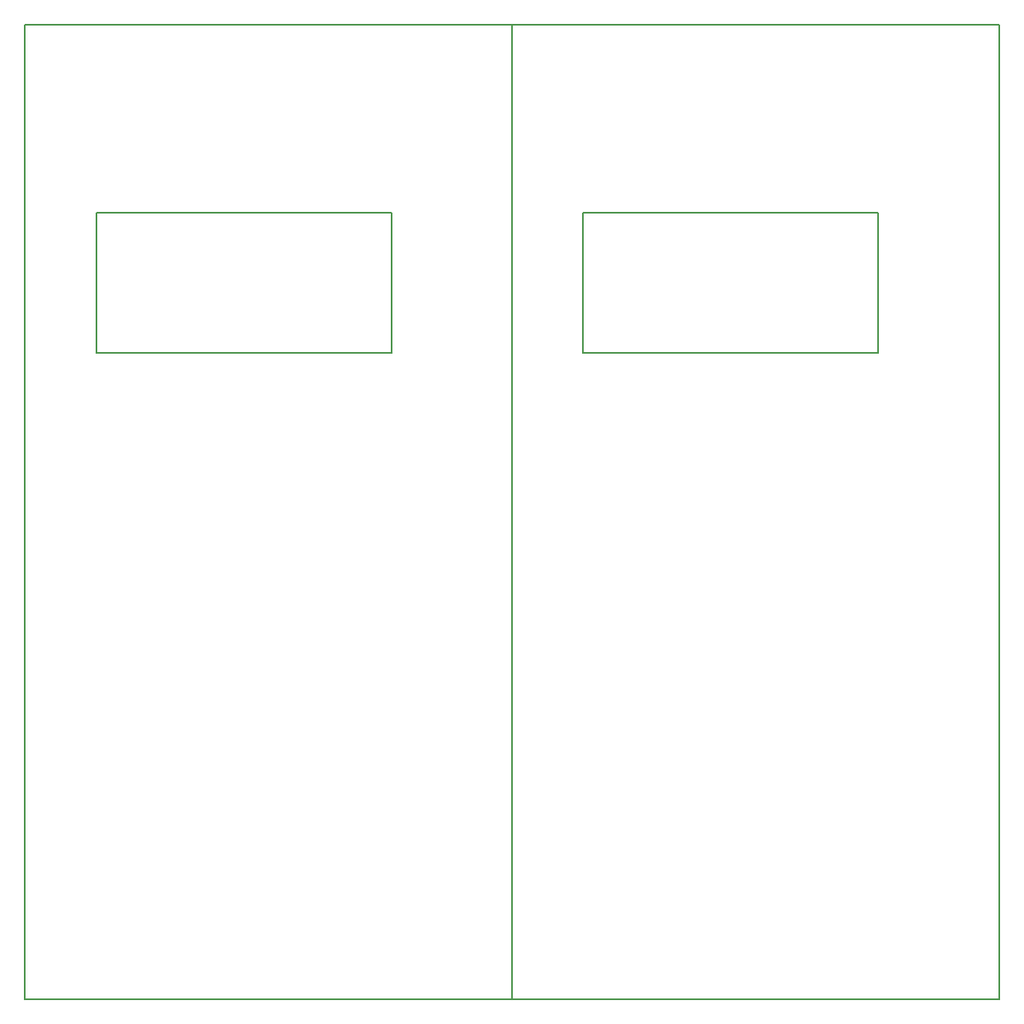
<source format=gm1>
G04 #@! TF.FileFunction,Profile,NP*
%FSLAX46Y46*%
G04 Gerber Fmt 4.6, Leading zero omitted, Abs format (unit mm)*
G04 Created by KiCad (PCBNEW 4.0.2-stable) date 12/4/2017 4:20:55 PM*
%MOMM*%
G01*
G04 APERTURE LIST*
%ADD10C,0.100000*%
%ADD11C,0.150000*%
G04 APERTURE END LIST*
D10*
D11*
X125000000Y-41000000D02*
X175000000Y-41000000D01*
X175000000Y-141000000D02*
X125000000Y-141000000D01*
X125000000Y-141000000D02*
X125000000Y-41000000D01*
X132300000Y-74700000D02*
X162600000Y-74700000D01*
X162600000Y-74700000D02*
X162600000Y-60300000D01*
X162600000Y-60300000D02*
X132300000Y-60300000D01*
X132300000Y-60300000D02*
X132300000Y-74700000D01*
X175000000Y-41000000D02*
X175000000Y-141000000D01*
X82300000Y-60300000D02*
X82300000Y-74700000D01*
X112600000Y-60300000D02*
X82300000Y-60300000D01*
X112600000Y-74700000D02*
X112600000Y-60300000D01*
X82300000Y-74700000D02*
X112600000Y-74700000D01*
X75000000Y-141000000D02*
X75000000Y-41000000D01*
X125000000Y-141000000D02*
X75000000Y-141000000D01*
X125000000Y-41000000D02*
X125000000Y-141000000D01*
X75000000Y-41000000D02*
X125000000Y-41000000D01*
M02*

</source>
